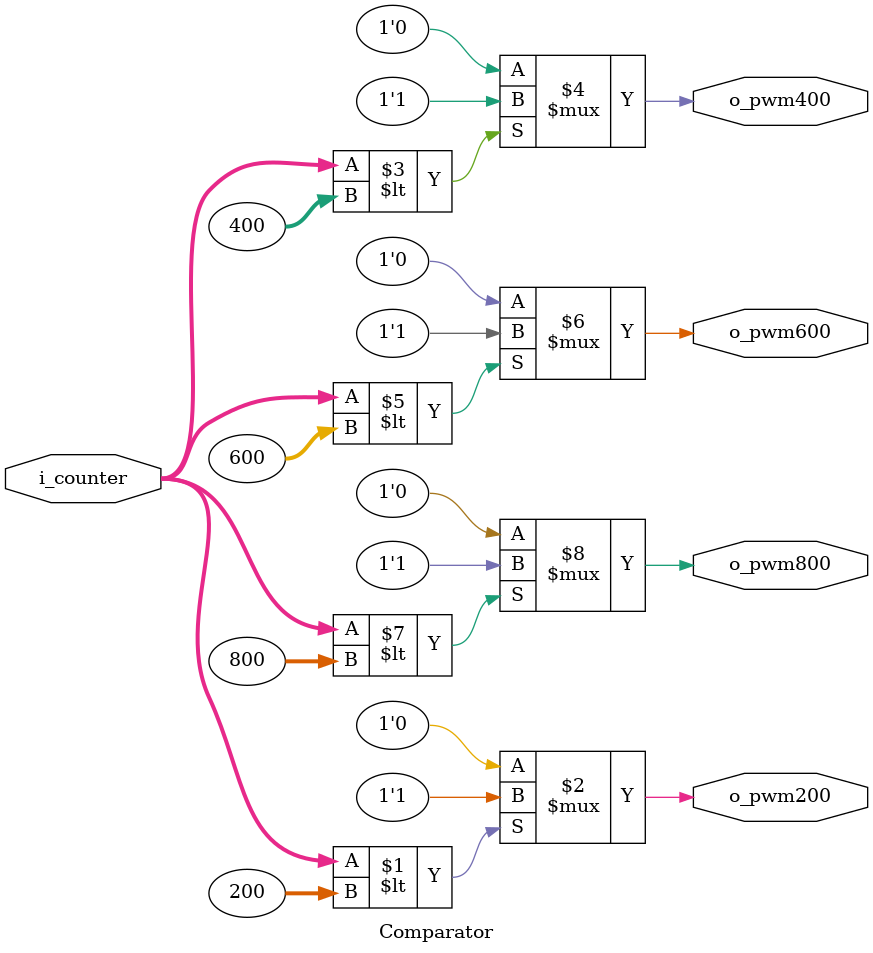
<source format=v>
`timescale 1ns / 1ps

module Comparator(
    input [9:0] i_counter,

    output o_pwm200, o_pwm400, o_pwm600, o_pwm800
    );

    assign o_pwm200 = (i_counter < 200) ? 1'b1 : 1'b0;
    assign o_pwm400 = (i_counter < 400) ? 1'b1 : 1'b0;
    assign o_pwm600 = (i_counter < 600) ? 1'b1 : 1'b0;
    assign o_pwm800 = (i_counter < 800) ? 1'b1 : 1'b0;

endmodule

</source>
